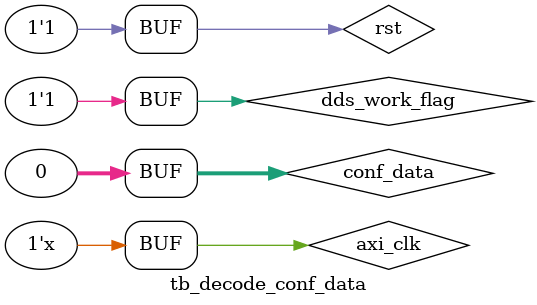
<source format=v>
`timescale 1ns/1ns
module  tb_decode_conf_data
();

reg             axi_clk         ;
reg             rst             ;
reg     [31:0]  conf_data       ;
reg             dds_work_flag   ;

wire            set_flag        ;
wire            dds_en          ;
wire    [31:0]  f_word          ;
wire    [11:0]  p_word          ;
wire    [1:0]   wave_type       ;

always #5 axi_clk <= ~axi_clk    ;

initial begin
    axi_clk <= 1'b1;
    rst <= 1'b0;
    conf_data <= 32'd0;
    dds_work_flag <= 1'b0;
    #10
    rst <= 1'b1;
    #10
    dds_work_flag <= 1'b1;
    #10
    conf_data <= 32'hffff_ffff;
    #10
    conf_data <= 32'd1000;
    #10
    conf_data <= 32'd2048;
    #10
    conf_data <= 32'd2;
    #10
    conf_data <= 32'hffff_ffff;
    #10
    conf_data <= 32'd0;
end

decode_conf_data u_decode_conf_data
(
    .axi_clk        ( axi_clk        ),
    .rst            ( rst            ),
    .conf_data      ( conf_data      ),
    .dds_work_flag  ( dds_work_flag  ),
    .set_flag       ( set_flag       ),
    .dds_en         ( dds_en         ),
    .f_word         ( f_word         ),
    .p_word         ( p_word         ),
    .wave_type      ( wave_type      )
);

endmodule
</source>
